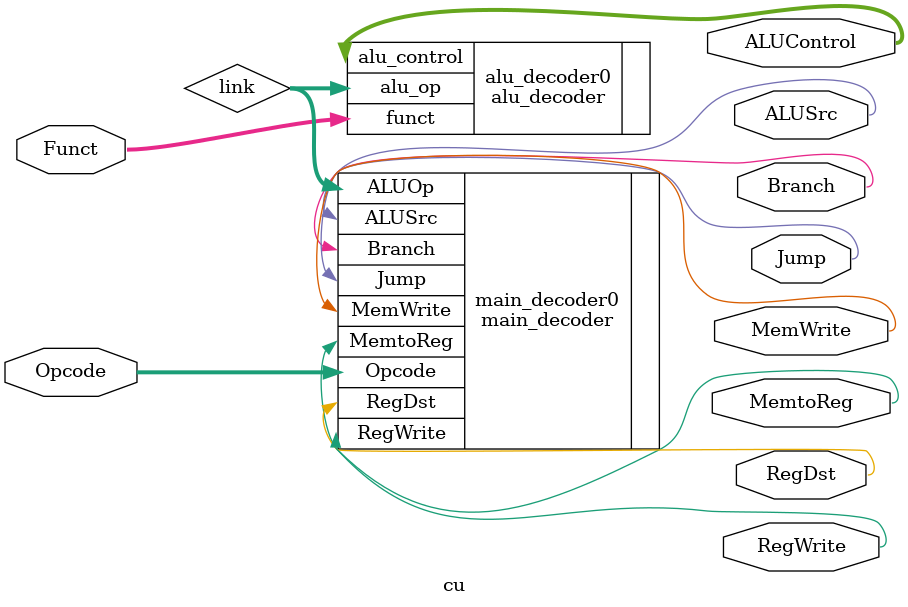
<source format=v>
`include "define.v"
module cu(
					//input 
					Opcode,
					Funct,
					//output
					RegWrite,
          RegDst, 
          ALUSrc,
          Branch,
          MemWrite,
          MemtoReg,
          ALUControl,
          Jump
				 );
				 
input [5:0] Opcode;
input [5:0] Funct;

output RegWrite;
output RegDst;
output ALUSrc;
output Branch;
output MemWrite;
output MemtoReg;
output [2:0] ALUControl;
output Jump;

wire [1:0] link;

main_decoder main_decoder0(
		//input 
		.Opcode(Opcode),
		//output
		.RegWrite(RegWrite),
		.RegDst(RegDst), 
		.ALUSrc(ALUSrc),
		.Branch(Branch),
		.MemWrite(MemWrite),
		.MemtoReg(MemtoReg),
		.ALUOp(link),
		.Jump(Jump)
);

alu_decoder alu_decoder0(
		//input
		.alu_op(link),
		.funct(Funct),
		//output
		.alu_control(ALUControl)
);

endmodule
</source>
